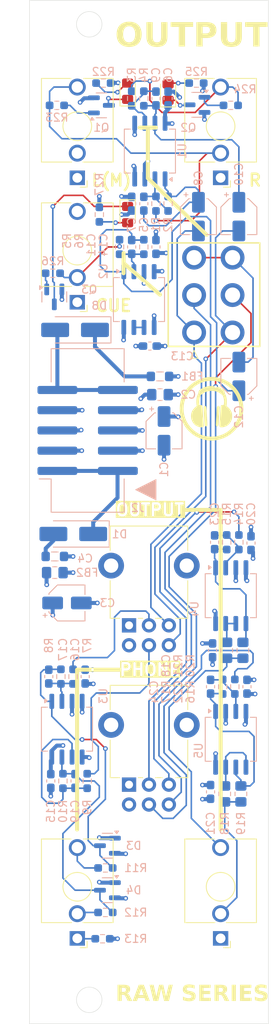
<source format=kicad_pcb>
(kicad_pcb (version 20241229) (generator "pcbnew") (generator_version "9.0")
  (layers (0 "F.Cu" signal) (4 "In1.Cu" signal) (6 "In2.Cu" signal) (2 "B.Cu" signal) (13 "F.Paste" user) (15 "B.Paste" user) (5 "F.SilkS" user "F.Silkscreen") (7 "B.SilkS" user "B.Silkscreen") (1 "F.Mask" user) (3 "B.Mask" user) (25 "Edge.Cuts" user))
  (net 0 "")
  (net 1 "+12VA")
  (net 2 "GND")
  (net 3 "-12VA")
  (net 4 "Net-(C5-Pad2)")
  (net 5 "Net-(U1A--)")
  (net 6 "Net-(SW1A-A)")
  (net 7 "Net-(U1B--)")
  (net 8 "Net-(C10-Pad1)")
  (net 9 "Net-(SW1B-A)")
  (net 10 "Net-(U2A--)")
  (net 11 "Net-(C11-Pad2)")
  (net 12 "Net-(SW1A-C)")
  (net 13 "Net-(U3A--)")
  (net 14 "Net-(D3-COM)")
  (net 15 "Net-(U3B--)")
  (net 16 "Net-(D4-COM)")
  (net 17 "Net-(U4B-+)")
  (net 18 "Net-(U4A--)")
  (net 19 "Net-(U5A-+)")
  (net 20 "Net-(U5B--)")
  (net 21 "-12V")
  (net 22 "Net-(D1-A)")
  (net 23 "+12V")
  (net 24 "Net-(D5-K)")
  (net 25 "Net-(D5-A)")
  (net 26 "Net-(D6-K)")
  (net 27 "Net-(D6-A)")
  (net 28 "Net-(D7-A)")
  (net 29 "Net-(D7-K)")
  (net 30 "Net-(D8-K)")
  (net 32 "IN_L")
  (net 33 "IN_R")
  (net 34 "IN_CUE")
  (net 36 "Net-(J5-PadT)")
  (net 37 "Net-(J5-PadR)")
  (net 38 "Net-(J5-PadS)")
  (net 39 "Net-(J6-PadT)")
  (net 40 "Net-(J6-PadR)")
  (net 41 "Net-(Q1-B)")
  (net 42 "Net-(Q2-B)")
  (net 43 "Net-(Q3-B)")
  (net 44 "Net-(R7-Pad2)")
  (net 45 "Net-(R9-Pad2)")
  (net 46 "Net-(R14-Pad2)")
  (net 47 "Net-(R16-Pad2)")
  (net 48 "Net-(U5B-+)")
  (net 49 "Net-(U4B--)")
  (net 50 "Net-(SW1A-B)")
  (net 51 "Net-(SW1B-B)")
  (net 52 "Net-(U2B--)")
  (footprint "LOGO" (layer "F.Cu") (at 62.865 81.28)
    (property "Reference" "G***" (hide yes))
    (property "Value" "LOGO" (hide yes))
  )
  (footprint "Connector_Audio:Jack_3.5mm_QingPu_WQP-PJ398SM_Vertical_CircularHoles" (layer "F.Cu") (at 64 52.28 180)
    (property "Reference" "J3" (hide yes))
    (property "Value" "IN_R")
  )
  (footprint "LED_SMD:LED_0805_2012Metric_Pad1.15x1.40mm_HandSolder" (layer "F.Cu") (at 57.404 41.52 90)
    (property "Reference" "D6" (hide yes))
    (property "Value" "LED")
  )
  (footprint "Connector_Audio:Jack_3.5mm_QingPu_WQP-PJ398SM_Vertical_CircularHoles" (layer "F.Cu") (at 46 67.9 180)
    (property "Reference" "J4" (hide yes))
    (property "Value" "IN_CUE")
  )
  (footprint "LED_SMD:LED_0805_2012Metric_Pad1.15x1.40mm_HandSolder" (layer "F.Cu") (at 52.324 56.896 -90)
    (property "Reference" "D7" (hide yes))
    (property "Value" "LED")
  )
  (footprint "LED_SMD:LED_0805_2012Metric_Pad1.15x1.40mm_HandSolder" (layer "F.Cu") (at 52.324 41.402 90)
    (property "Reference" "D5" (hide yes))
    (property "Value" "LED")
  )
  (footprint "smg_lib:Jack_3.5mm_TRS_Vertical_CircularHoles" (layer "F.Cu") (at 64 147.78 180)
    (property "Reference" "J6" (hide yes))
    (property "Value" "PHONE_OUT")
  )
  (footprint "Potentiometer_THT:Potentiometer_Alpha_RD902F-40-00D_Dual_Vertical_CircularHoles" (layer "F.Cu") (at 52.5 108.475 90)
    (property "Reference" "RV1" (hide yes))
    (property "Value" "A100k")
  )
  (footprint "Potentiometer_THT:Potentiometer_Alpha_RD902F-40-00D_Dual_Vertical_CircularHoles" (layer "F.Cu") (at 52.5 128.475 90)
    (property "Reference" "RV2" (hide yes))
    (property "Value" "A100k")
  )
  (footprint "Connector_Audio:Jack_3.5mm_QingPu_WQP-PJ398SM_Vertical_CircularHoles" (layer "F.Cu") (at 46 52.28 180)
    (property "Reference" "J1" (hide yes))
    (property "Value" "IN_L")
  )
  (footprint "smg_lib:DWB3_DPDT_SWITCH" (layer "F.Cu") (at 60.67 71.7)
    (property "Reference" "SW1" (hide yes))
    (property "Value" "PHONE_SELECTOR")
  )
  (footprint "smg_lib:Jack_3.5mm_TRS_Vertical_CircularHoles" (layer "F.Cu") (at 46 147.78 180)
    (property "Reference" "J5" (hide yes))
    (property "Value" "STEREO_OUT")
  )
  (footprint "Capacitor_SMD:C_0603_1608Metric_Pad1.08x0.95mm_HandSolder" (layer "B.Cu") (at 55.88 42.3175 -90)
    (property "Reference" "C9")
    (property "Value" "10pF")
  )
  (footprint "Resistor_SMD:R_0603_1608Metric_Pad0.98x0.95mm_HandSolder" (layer "B.Cu") (at 60.96 40.386 180)
    (property "Reference" "R25")
    (property "Value" "1k")
  )
  (footprint "Capacitor_SMD:C_0603_1608Metric_Pad1.08x0.95mm_HandSolder" (layer "B.Cu") (at 67.818 98.1445 -90)
    (property "Reference" "C20")
    (property "Value" "100nF")
  )
  (footprint "Resistor_SMD:R_0603_1608Metric_Pad0.98x0.95mm_HandSolder" (layer "B.Cu") (at 45.466 114.9085 90)
    (property "Reference" "R7")
    (property "Value" "10k")
  )
  (footprint "Resistor_SMD:R_0603_1608Metric_Pad0.98x0.95mm_HandSolder" (layer "B.Cu") (at 55.88 55.5255 -90)
    (property "Reference" "R1")
    (property "Value" "100k")
  )
  (footprint "Diode_SMD:D_SMA_Handsoldering" (layer "B.Cu") (at 45.5 97 180)
    (property "Reference" "D1")
    (property "Value" "SS14")
  )
  (footprint "Capacitor_SMD:C_0603_1608Metric_Pad1.08x0.95mm_HandSolder" (layer "B.Cu") (at 62.738 129.3865 90)
    (property "Reference" "C21")
    (property "Value" "100nF")
  )
  (footprint "Capacitor_SMD:C_0603_1608Metric_Pad1.08x0.95mm_HandSolder" (layer "B.Cu") (at 67.31 116.1785 -90)
    (property "Reference" "C22")
    (property "Value" "100nF")
  )
  (footprint "Package_TO_SOT_SMD:SOT-23" (layer "B.Cu") (at 49.784 141.732 180)
    (property "Reference" "D4")
    (property "Value" "BAT54S")
  )
  (footprint "Resistor_SMD:R_0603_1608Metric_Pad0.98x0.95mm_HandSolder" (layer "B.Cu") (at 64.77 98.041 90)
    (property "Reference" "R15")
    (property "Value" "10k")
  )
  (footprint "Resistor_SMD:R_0805_2012Metric_Pad1.20x1.40mm_HandSolder" (layer "B.Cu") (at 64.77 111.6065 90)
    (property "Reference" "R21")
    (property "Value" "75")
  )
  (footprint "Resistor_SMD:R_0603_1608Metric_Pad0.98x0.95mm_HandSolder" (layer "B.Cu") (at 54.356 42.3175 90)
    (property "Reference" "R4")
    (property "Value" "39k")
  )
  (footprint "Capacitor_SMD:CP_Elec_4x5.4" (layer "B.Cu") (at 44.704 105.664)
    (property "Reference" "C3")
    (property "Value" "10uF")
  )
  (footprint "Capacitor_SMD:CP_Elec_4x5.4" (layer "B.Cu") (at 61.214 57.15 -90)
    (property "Reference" "C8")
    (property "Value" "10uF")
  )
  (footprint "Capacitor_SMD:C_0603_1608Metric_Pad1.08x0.95mm_HandSolder" (layer "B.Cu") (at 52.832 60.96 90)
    (property "Reference" "C11")
    (property "Value" "10pF")
  )
  (footprint "Resistor_SMD:R_0603_1608Metric_Pad0.98x0.95mm_HandSolder" (layer "B.Cu") (at 65.278 43.18 180)
    (property "Reference" "R24")
    (property "Value" "100k")
  )
  (footprint "Resistor_SMD:R_0603_1608Metric_Pad0.98x0.95mm_HandSolder" (layer "B.Cu") (at 49.53 138.938)
    (property "Reference" "R11")
    (property "Value" "1k")
  )
  (footprint "Resistor_SMD:R_0603_1608Metric_Pad0.98x0.95mm_HandSolder" (layer "B.Cu") (at 44.196 128.016 -90)
    (property "Reference" "R10")
    (property "Value" "10k")
  )
  (footprint "Inductor_SMD:L_0805_2012Metric_Pad1.05x1.20mm_HandSolder" (layer "B.Cu") (at 43.18 99.822)
    (property "Reference" "FB2")
    (property "Value" "FerriteBead_Small")
  )
  (footprint "Package_TO_SOT_SMD:SOT-23" (layer "B.Cu") (at 49.784 136.144 180)
    (property "Reference" "D3")
    (property "Value" "BAT54S")
  )
  (footprint "Capacitor_SMD:C_0603_1608Metric_Pad1.08x0.95mm_HandSolder" (layer "B.Cu") (at 55.118 73.406 180)
    (property "Reference" "C13")
    (property "Value" "100nF")
  )
  (footprint "Capacitor_SMD:C_0603_1608Metric_Pad1.08x0.95mm_HandSolder" (layer "B.Cu") (at 42.418 114.9085 90)
    (property "Reference" "C17")
    (property "Value" "10pF")
  )
  (footprint "Capacitor_SMD:C_0603_1608Metric_Pad1.08x0.95mm_HandSolder" (layer "B.Cu") (at 55.88 60.96 -90)
    (property "Reference" "C14")
    (property "Value" "100nF")
  )
  (footprint "Capacitor_SMD:C_0805_2012Metric_Pad1.18x1.45mm_HandSolder" (layer "B.Cu") (at 56.388 79.502 180)
    (property "Reference" "C2")
    (property "Value" "100nF")
  )
  (footprint "Resistor_SMD:R_0603_1608Metric_Pad0.98x0.95mm_HandSolder" (layer "B.Cu") (at 43.434 43.18)
    (property "Reference" "R23")
    (property "Value" "100k")
  )
  (footprint "Package_SO:SOIC-8_5.3x6.2mm_P1.27mm" (layer "B.Cu") (at 65.278 104.7485 -90)
    (property "Reference" "U4")
    (property "Value" "NE5532")
  )
  (footprint "Resistor_SMD:R_0603_1608Metric_Pad0.98x0.95mm_HandSolder" (layer "B.Cu") (at 49.53 144.526)
    (property "Reference" "R12")
    (property "Value" "1k")
  )
  (footprint "Package_SO:SOIC-8_5.3x6.2mm_P1.27mm" (layer "B.Cu") (at 65.278 122.7825 -90)
    (property "Reference" "U5")
    (property "Value" "NE5532")
  )
  (footprint "Resistor_SMD:R_0603_1608Metric_Pad0.98x0.95mm_HandSolder" (layer "B.Cu") (at 65.786 116.1785 90)
    (property "Reference" "R16")
    (property "Value" "10k")
  )
  (footprint "Capacitor_SMD:C_0603_1608Metric_Pad1.08x0.95mm_HandSolder" (layer "B.Cu") (at 62.992 111.6065 90)
    (property "Reference" "C18")
    (property "Value" "100nF")
  )
  (footprint "Capacitor_SMD:C_0603_1608Metric_Pad1.08x0.95mm_HandSolder" (layer "B.Cu") (at 42.672 128.016 90)
    (property "Reference" "C15")
    (property "Value" "100nF")
  )
  (footprint "Capacitor_SMD:CP_Elec_4x5.4" (layer "B.Cu") (at 66.294 77.216 90)
    (property "Reference" "C12")
    (property "Value" "10uF")
  )
  (footprint "Resistor_SMD:R_0603_1608Metric_Pad0.98x0.95mm_HandSolder" (layer "B.Cu") (at 66.294 98.041 90)
    (property "Reference" "R14")
    (property "Value" "10k")
  )
  (footprint "Inductor_SMD:L_0805_2012Metric_Pad1.05x1.20mm_HandSolder" (layer "B.Cu") (at 56.388 77.216)
    (property "Reference" "FB1")
    (property "Value" "FerriteBead_Small")
  )
  (footprint "Capacitor_SMD:C_0603_1608Metric_Pad1.08x0.95mm_HandSolder" (layer "B.Cu") (at 52.832 55.5255 90)
    (property "Reference" "C7")
    (property "Value" "100nF")
  )
  (footprint "Resistor_SMD:R_0603_1608Metric_Pad0.98x0.95mm_HandSolder" (layer "B.Cu") (at 42.926 64.262 180)
    (property "Reference" "R26")
    (property "Value" "100k")
  )
  (footprint "Package_TO_SOT_SMD:SOT-23" (layer "B.Cu") (at 61.0385 43.114 180)
    (property "Reference" "Q2")
    (property "Value" "MMBT3904")
  )
  (footprint "Package_SO:SOIC-8_5.3x6.2mm_P1.27mm" (layer "B.Cu") (at 44.704 121.5125 -90)
    (property "Reference" "U3")
    (property "Value" "TL072")
  )
  (footprint "Capacitor_SMD:C_0603_1608Metric_Pad1.08x0.95mm_HandSolder" (layer "B.Cu") (at 54.356 55.5255 -90)
    (property "Reference" "C5")
    (property "Value" "10pF")
  )
  (footprint "Capacitor_SMD:C_0603_1608Metric_Pad1.08x0.95mm_HandSolder" (layer "B.Cu") (at 62.738 116.1785 -90)
    (property "Reference" "C24")
    (property "Value" "10pF")
  )
  (footprint "Diode_SMD:D_SMA_Handsoldering" (layer "B.Cu") (at 45.72 71.374 180)
    (property "Reference" "D8")
    (property "Value" "SS14")
  )
  (footprint "Resistor_SMD:R_0603_1608Metric_Pad0.98x0.95mm_HandSolder" (layer "B.Cu") (at 43.942 114.9085 -90)
    (property "Reference" "R8")
    (property "Value" "10k")
  )
  (footprint "Resistor_SMD:R_0603_1608Metric_Pad0.98x0.95mm_HandSolder" (layer "B.Cu") (at 52.832 42.3175 90)
    (property "Reference" "R3")
    (property "Value" "100k")
  )
  (footprint "Capacitor_SMD:C_0805_2012Metric_Pad1.18x1.45mm_HandSolder" (layer "B.Cu") (at 43.18 101.854 180)
    (property "Reference" "C4")
    (property "Value" "100nF")
  )
  (footprint "Resistor_SMD:R_0805_2012Metric_Pad1.20x1.40mm_HandSolder" (layer "B.Cu") (at 66.802 111.6065 90)
    (property "Reference" "R20")
    (property "Value" "75")
  )
  (footprint "Resistor_SMD:R_0603_1608Metric_Pad0.98x0.95mm_HandSolder" (layer "B.Cu") (at 49.1725 147.828)
    (property "Reference" "R13")
    (property "Value" "1k")
  )
  (footprint "Resistor_SMD:R_0603_1608Metric_Pad0.98x0.95mm_HandSolder" (layer "B.Cu") (at 48.768 56.896 -90)
    (property "Reference" "R27")
    (property "Value" "1k")
  )
  (footprint "Resistor_SMD:R_0603_1608Metric_Pad0.98x0.95mm_HandSolder" (layer "B.Cu") (at 49.276 40.386 180)
    (property "Reference" "R22")
    (property "Value" "1k")
  )
  (footprint "Capacitor_SMD:C_0603_1608Metric_Pad1.08x0.95mm_HandSolder" (layer "B.Cu") (at 57.404 42.3175 -90)
    (property "Reference" "C6")
    (property "Value" "100nF")
  )
  (footprint "Capacitor_SMD:CP_Elec_4x5.4" (layer "B.Cu") (at 56.896 84.052 -90)
    (property "Reference" "C1")
    (property "Value" "10uF")
  )
  (footprint "Resistor_SMD:R_0603_1608Metric_Pad0.98x0.95mm_HandSolder" (layer "B.Cu") (at 51.308 60.96 90)
    (property "Reference" "R5")
    (property "Value" "100k")
  )
  (footprint "Resistor_SMD:R_0603_1608Metric_Pad0.98x0.95mm_HandSolder" (layer "B.Cu") (at 54.356 60.96 -90)
    (property "Reference" "R6")
    (property "Value" "39k")
  )
  (footprint "Package_TO_SOT_SMD:SOT-23" (layer "B.Cu") (at 43.114 67.2315 -90)
    (property "Reference" "Q3")
    (property "Value" "MMBT3904")
  )
  (footprint "Package_TO_SOT_SMD:SOT-23" (layer "B.Cu") (at 49.022 43.18)
    (property "Reference" "Q1")
    (property "Value" "MMBT3904")
  )
  (footprint "Connector_IDC:IDC-Header_2x05_P2.54mm_Vertical_SMD" (layer "B.Cu") (at 47.3 84)
    (property "Reference" "J2")
    (property "Value" "POWER")
  )
  (footprint "Resistor_SMD:R_0603_1608Metric_Pad0.98x0.95mm_HandSolder" (layer "B.Cu") (at 57.404 55.5255 -90)
    (property "Reference" "R2")
    (property "Value" "39k")
  )
  (footprint "Capacitor_SMD:C_0603_1608Metric_Pad1.08x0.95mm_HandSolder" (layer "B.Cu") (at 63.246 98.041 -90)
    (property "Reference" "C23")
    (property "Value" "10pF")
  )
  (footprint "Capacitor_SMD:C_0603_1608Metric_Pad1.08x0.95mm_HandSolder" (layer "B.Cu") (at 46.99 114.9085 -90)
    (property "Reference" "C16")
    (property "Value" "100nF")
  )
  (footprint "Package_SO:SOIC-8_5.3x6.2mm_P1.27mm" (layer "B.Cu") (at 53.7475 67.564 -90)
    (property "Reference" "U2")
    (property "Value" "TL072")
  )
  (footprint "Resistor_SMD:R_0805_2012Metric_Pad1.20x1.40mm_HandSolder" (layer "B.Cu") (at 64.516 129.6405 90)
    (property "Reference" "R18")
    (property "Value" "75")
  )
  (footprint "Resistor_SMD:R_0603_1608Metric_Pad0.98x0.95mm_HandSolder" (layer "B.Cu") (at 64.262 116.1785 90)
    (property "Reference" "R17")
    (property "Value" "10k")
  )
  (footprint "Capacitor_SMD:C_0603_1608Metric_Pad1.08x0.95mm_HandSolder" (layer "B.Cu") (at 45.72 128.016 90)
    (property "Reference" "C19")
    (property "Value" "10pF")
  )
  (footprint "Package_SO:SOIC-8_5.3x6.2mm_P1.27mm" (layer "B.Cu") (at 55.118 48.9215 90)
    (property "Reference" "U1")
    (property "Value" "TL072")
  )
  (footprint "Capacitor_SMD:CP_Elec_4x5.4" (layer "B.Cu") (at 66.294 57.15 -90)
    (property "Reference" "C10")
    (property "Value" "10uF")
  )
  (footprint "Resistor_SMD:R_0603_1608Metric_Pad0.98x0.95mm_HandSolder" (layer "B.Cu") (at 47.244 128.016 90)
    (property "Reference" "R9")
    (property "Value" "10k")
  )
  (footprint "Resistor_SMD:R_0805_2012Metric_Pad1.20x1.40mm_HandSolder" (layer "B.Cu") (at 66.548 129.6405 90)
    (property "Reference" "R19")
    (property "Value" "75")
  )
  (gr_line (start 59.538929 93.98) (end 64.008 93.98) (stroke (width 0.5)) (layer "F.SilkS"))
  (gr_line (start 45.974 134.112) (end 45.974 114.046) (stroke (width 0.5)) (layer "F.SilkS"))
  (gr_line (start 64.008 93.98) (end 64.008 134.112) (stroke (width 0.5)) (layer "F.SilkS"))
  (gr_line (start 51.308 114.046) (end 45.974 114.046) (stroke (width 0.5)) (layer "F.SilkS"))
  (gr_line (start 54.864 52.324) (end 54.864 45.974) (stroke (width 0.5)) (layer "F.SilkS"))
  (gr_line (start 53.848 45.974) (end 55.88 45.974) (stroke (width 0.5)) (layer "F.SilkS"))
  (gr_line (start 62.23 59.436) (end 54.864 52.324) (stroke (width 0.5)) (layer "F.SilkS"))
  (gr_line (start 51.816 61.722) (end 51.816 64.262) (stroke (width 0.5)) (layer "F.SilkS"))
  (gr_line (start 51.816 62.992) (end 56.388 66.95) (stroke (width 0.5)) (layer "F.SilkS"))
  (gr_line (start 55.88 90.17) (end 55.88 92.71) (stroke (width 0.1)) (layer "B.SilkS"))
  (gr_line (start 53.34 91.44) (end 55.88 90.17) (stroke (width 0.1)) (layer "B.SilkS"))
  (gr_line (start 55.88 92.71) (end 53.34 91.44) (stroke (width 0.1)) (layer "B.SilkS"))
  (gr_circle (center 47.5 33) (end 49.1 33) (stroke (width 0.05)) (fill no) (layer "Edge.Cuts"))
  (gr_rect (start 40 30) (end 70 158.5) (stroke (width 0.05)) (fill no) (layer "Edge.Cuts"))
  (gr_circle (center 47.5 155.5) (end 49.1 155.5) (stroke (width 0.05)) (fill no) (layer "Edge.Cuts"))
  (gr_text "CUE" (at 50.546 68.326 0) (layer "F.SilkS") (effects (font (size 1.5 1.5) (thickness 0.3) (bold yes))))
  (gr_text "R" (at 68.326 52.578 0) (layer "F.SilkS") (effects (font (size 1.5 1.5) (thickness 0.3) (bold yes))))
  (gr_text "L(M)" (at 50.292 52.578 0) (layer "F.SilkS") (effects (font (size 1.5 1.5) (thickness 0.3) (bold yes))))
  (gr_text "OUTPUT" (at 55.118 93.98 0) (layer "F.SilkS" knockout) (effects (font (size 1.5 1.5) (thickness 0.3) (bold yes))))
  (gr_text "OUTPUT" (at 60.325 34.544 0) (layer "F.SilkS") (effects (font (size 3 3) (thickness 0.4) (bold yes))))
  (gr_text "RAW SERIES" (at 60.452 154.813 0) (layer "F.SilkS") (effects (font (size 2 2) (thickness 0.3) (bold yes))))
  (gr_text "PHONE" (at 55.118 114.046 0) (layer "F.SilkS" knockout) (effects (font (size 1.5 1.5) (thickness 0.3) (bold yes))))
  (via (at 48.768 140.716) (size 0.6) (drill 0.3) (layers "F.Cu" "B.Cu") (net 1))
  (via (at 51.816 72.644) (size 0.6) (drill 0.3) (layers "F.Cu" "B.Cu") (net 1))
  (via (at 53.34 73.406) (size 0.6) (drill 0.3) (layers "F.Cu" "B.Cu") (net 1))
  (via (at 58.674 77.216) (size 0.6) (drill 0.3) (layers "F.Cu" "B.Cu") (net 1))
  (via (at 61.722 110.744) (size 0.6) (drill 0.3) (layers "F.Cu" "B.Cu") (net 1))
  (via (at 57.912 45.466) (size 0.6) (drill 0.3) (layers "F.Cu" "B.Cu") (net 1))
  (via (at 58.674 79.502) (size 0.6) (drill 0.3) (layers "F.Cu" "B.Cu") (net 1))
  (via (at 48.768 54.61) (size 0.6) (drill 0.3) (layers "F.Cu" "B.Cu") (net 1))
  (via (at 44.19546 123.5625) (size 0.6) (drill 0.3) (layers "F.Cu" "B.Cu") (net 1))
  (via (at 51.124 40.351404) (size 0.6) (drill 0.3) (layers "F.Cu" "B.Cu") (net 1))
  (via (at 48.768 135.128) (size 0.6) (drill 0.3) (layers "F.Cu" "B.Cu") (net 1))
  (via (at 63.373 124.587) (size 0.6) (drill 0.3) (layers "F.Cu" "B.Cu") (net 1))
  (via (at 58.674 82.296) (size 0.6) (drill 0.3) (layers "F.Cu" "B.Cu") (net 1))
  (via (at 63.246 106.68) (size 0.6) (drill 0.3) (layers "F.Cu" "B.Cu") (net 1))
  (via (at 61.722 41.364) (size 0.6) (drill 0.3) (layers "F.Cu" "B.Cu") (net 1))
  (via (at 61.722 128.524) (size 0.6) (drill 0.3) (layers "F.Cu" "B.Cu") (net 1))
  (segment (start 63.373 108.2485) (end 63.373 106.807) (width 0.5) (layer "B.Cu") (net 1))
  (segment (start 57.0675 45.466) (end 57.023 45.4215) (width 0.5) (layer "B.Cu") (net 1))
  (segment (start 42.799 124.206) (end 42.799 125.0125) (width 0.5) (layer "B.Cu") (net 1))
  (segment (start 57.404 43.18) (end 57.404 43.688) (width 0.5) (layer "B.Cu") (net 1))
  (segment (start 51.8425 72.6175) (end 51.816 72.644) (width 0.5) (layer "B.Cu") (net 1))
  (segment (start 63.373 124.587) (end 63.373 126.2825) (width 0.5) (layer "B.Cu") (net 1))
  (segment (start 61.8725 40.386) (end 61.8725 41.2135) (width 0.5) (layer "B.Cu") (net 1))
  (segment (start 57.538 79.502) (end 58.674 79.502) (width 0.5) (layer "B.Cu") (net 1))
  (segment (start 57.4255 77.216) (end 58.674 77.216) (width 0.5) (layer "B.Cu") (net 1))
  (segment (start 42.799 125.349) (end 42.672 125.476) (width 0.5) (layer "B.Cu") (net 1))
  (segment (start 44.19546 123.5625) (end 44.187419 123.570541) (width 0.5) (layer "B.Cu") (net 1))
  (segment (start 62.992 110.744) (end 61.722 110.744) (width 0.5) (layer "B.Cu") (net 1))
  (segment (start 57.023 44.069) (end 57.023 45.4215) (width 0.5) (layer "B.Cu") (net 1))
  (segment (start 50.7215 135.194) (end 48.834 135.194) (width 0.5) (layer "B.Cu") (net 1))
  (segment (start 50.223096 40.351404) (end 50.1885 40.386) (width 0.5) (layer "B.Cu") (net 1))
  (segment (start 54.2555 73.406) (end 53.34 73.406) (width 0.5) (layer "B.Cu") (net 1))
  (segment (start 50.7215 140.782) (end 48.834 140.782) (width 0.5) (layer "B.Cu") (net 1))
  (segment (start 58.63 82.252) (end 58.674 82.296) (width 0.5) (layer "B.Cu") (net 1))
  (segment (start 56.896 82.252) (end 58.63 82.252) (width 0.5) (layer "B.Cu") (net 1))
  (segment (start 51.124 40.351404) (end 50.223096 40.351404) (width 0.5) (layer "B.Cu") (net 1))
  (segment (start 42.799 125.0125) (end 42.799 125.349) (width 0.5) (layer "B.Cu") (net 1))
  (segment (start 57.8675 45.4215) (end 57.912 45.466) (width 0.5) (layer "B.Cu") (net 1))
  (segment (start 51.8425 71.064) (end 51.8425 72.6175) (width 0.5) (layer "B.Cu") (net 1))
  (segment (start 57.912 45.466) (end 57.0675 45.466) (width 0.5) (layer "B.Cu") (net 1))
  (segment (start 62.738 128.524) (end 61.722 128.524) (width 0.5) (layer "B.Cu") (net 1))
  (segment (start 44.187419 123.570541) (end 43.434459 123.570541) (width 0.5) (layer "B.Cu") (net 1))
  (segment (start 48.768 54.61) (end 48.768 55.9835) (width 0.5) (layer "B.Cu") (net 1))
  (segment (start 43.434459 123.570541) (end 42.799 124.206) (width 0.5) (layer "B.Cu") (net 1))
  (segment (start 48.834 135.194) (end 48.768 135.128) (width 0.5) (layer "B.Cu") (net 1))
  (segment (start 48.834 140.782) (end 48.768 140.716) (width 0.5) (layer "B.Cu") (net 1))
  (segment (start 42.672 125.476) (end 42.672 127.1535) (width 0.5) (layer "B.Cu") (net 1))
  (segment (start 57.404 43.688) (end 57.023 44.069) (width 0.5) (layer "B.Cu") (net 1))
  (segment (start 61.8725 41.2135) (end 61.722 41.364) (width 0.5) (layer "B.Cu") (net 1))
  (segment (start 63.373 106.807) (end 63.246 106.68) (width 0.5) (layer "B.Cu") (net 1))
  (via (at 45.339 119.634) (size 0.6) (drill 0.3) (layers "F.Cu" "B.Cu") (net 2))
  (via (at 67.818 96.139) (size 0.6) (drill 0.3) (layers "F.Cu" "B.Cu") (net 2))
  (via (at 54.176 86.54) (size 0.6) (drill 0.3) (layers "F.Cu" "B.Cu") (net 2))
  (via (at 55.88 59.055) (size 0.6) (drill 0.3) (layers "F.Cu" "B.Cu") (net 2))
  (via (at 42.926 107.188) (size 0.6) (drill 0.3) (layers "F.Cu" "B.Cu") (net 2))
  (via (at 58.858 42.175638) (size 0.6) (drill 0.3) (layers "F.Cu" "B.Cu") (net 2))
  (via (at 61.722 130.302) (size 0.6) (drill 0.3) (layers "F.Cu" "B.Cu") (net 2))
  (via (at 57.023 73.406) (size 0.6) (drill 0.3) (layers "F.Cu" "B.Cu") (net 2))
  (via (at 54.176 84) (size 0.6) (drill 0.3) (layers "F.Cu" "B.Cu") (net 2))
  (via (at 68.199 115.316) (size 0.6) (drill 0.3) (layers "F.Cu" "B.Cu") (net 2))
  (via (at 51.562 56.896) (size 0.6) (drill 0.3) (layers "F.Cu" "B.Cu") (net 2))
  (via (at 54.864 50.2) (size 0.6) (drill 0.3) (layers "F.Cu" "B.Cu") (net 2))
  (via (at 46.556 86.54) (size 0.6) (drill 0.3) (layers "F.Cu" "B.Cu") (net 2))
  (via (at 65.913 102.87) (size 0.6) (drill 0.3) (layers "F.Cu" "B.Cu") (net 2))
  (via (at 51.054 147.828) (size 0.6) (drill 0.3) (layers "F.Cu" "B.Cu") (net 2))
  (via (at 53.213 46.863) (size 0.6) (drill 0.3) (layers "F.Cu" "B.Cu") (net 2))
  (via (at 44.069 67.564) (size 0.6) (drill 0.3) (layers "F.Cu" "B.Cu") (net 2))
  (via (at 42.164 103.378) (size 0.6) (drill 0.3) (layers "F.Cu" "B.Cu") (net 2))
  (via (at 54.102 81.407) (size 0.6) (drill 0.3) (layers "F.Cu" "B.Cu") (net 2))
  (via (at 55.6525 69.596) (size 0.6) (drill 0.3) (layers "F.Cu" "B.Cu") (net 2))
  (via (at 42.672 129.921) (size 0.6) (drill 0.3) (layers "F.Cu" "B.Cu") (net 2))
  (via (at 54.3825 65.532) (size 0.6) (drill 0.3) (layers "F.Cu" "B.Cu") (net 2))
  (via (at 61.976 44.958) (size 0.6) (drill 0.3) (layers "F.Cu" "B.Cu") (net 2))
  (via (at 46.355 42.799) (size 0.6) (drill 0.3) (layers "F.Cu" "B.Cu") (net 2))
  (via (at 56.896 87.63) (size 0.6) (drill 0.3) (layers "F.Cu" "B.Cu") (net 2))
  (via (at 62.992 113.411) (size 0.6) (drill 0.3) (layers "F.Cu" "B.Cu") (net 2))
  (via (at 47.914 114.046) (size 0.6) (drill 0.3) (layers "F.Cu" "B.Cu") (net 2))
  (via (at 64.643 120.777) (size 0.6) (drill 0.3) (layers "F.Cu" "B.Cu") (net 2))
  (via (at 47.498 125.095) (size 0.6) (drill 0.3) (layers "F.Cu" "B.Cu") (net 2))
  (via (at 46.482 83.947) (size 0.6) (drill 0.3) (layers "F.Cu" "B.Cu") (net 2))
  (via (at 46.609 81.46) (size 0.6) (drill 0.3) (layers "F.Cu" "B.Cu") (net 2))
  (via (at 53.975 80.01) (size 0.6) (drill 0.3) (layers "F.Cu" "B.Cu") (net 2))
  (segment (start 55.88 60.0975) (end 55.88 59.055) (width 0.5) (layer "B.Cu") (net 2))
  (segment (start 42.904 105.664) (end 42.904 107.166) (width 0.5) (layer "B.Cu") (net 2))
  (segment (start 46.482 83.947) (end 46.429 84) (width 0.5) (layer "B.Cu") (net 2))
  (segment (start 53.213 45.4215) (end 53.213 46.863) (width 0.5) (layer "B.Cu") (net 2))
  (segment (start 46.863 42.291) (end 48.0235 42.291) (width 0.5) (layer "B.Cu") (net 2))
  (segment (start 46.609 125.0125) (end 47.4155 125.0125) (width 0.5) (layer "B.Cu") (net 2))
  (segment (start 51.562 56.896) (end 52.324 56.896) (width 0.5) (layer "B.Cu") (net 2))
  (segment (start 62.992 113.411) (end 62.992 112.469) (width 0.5) (layer "B.Cu") (net 2))
  (segment (start 54.176 84) (end 51.1 84) (width 0.5) (layer "B.Cu") (net 2))
  (segment (start 45.339 118.0125) (end 45.339 119.634) (width 0.5) (layer "B.Cu") (net 2))
  (segment (start 61.722 130.302) (end 62.23 130.302) (width 0.5) (layer "B.Cu") (net 2))
  (segment (start 42.1425 101.854) (end 42.1425 103.3565) (width 0.5) (layer "B.Cu") (net 2))
  (segment (start 46.556 86.54) (end 43.5 86.54) (width 0.5) (layer "B.Cu") (net 2))
  (segment (start 46.355 42.799) (end 46.863 42.291) (width 0.5) (layer "B.Cu") (net 2))
  (segment (start 58.858 42.175638) (end 58.137362 41.455) (width 0.5) (layer "B.Cu") (net 2))
  (segment (start 62.283 130.249) (end 62.738 130.249) (width 0.5) (layer "B.Cu") (net 2))
  (segment (start 46.609 81.46) (end 43.5 81.46) (width 0.5) (layer "B.Cu") (net 2))
  (segment (start 48.0235 42.291) (end 48.0845 42.23) (width 0.5) (layer "B.Cu") (net 2))
  (segment (start 64.643 119.2825) (end 64.643 120.777) (width 0.5) (layer "B.Cu") (net 2))
  (segment (start 51.1 81.46) (end 54.049 81.46) (width 0.5) (layer "B.Cu") (net 2))
  (segment (start 46.99 114.046) (end 47.914 114.046) (width 0.5) (layer "B.Cu") (net 2))
  (segment (start 54.483 79.502) (end 53.975 80.01) (width 0.5) (layer "B.Cu") (net 2))
  (segment (start 42.904 107.166) (end 42.926 107.188) (width 0.5) (layer "B.Cu") (net 2))
  (segment (start 61.950765 44.932765) (end 61.950765 44.089235) (width 0.5) (layer "B.Cu") (net 2))
  (segment (start 44.064 67.559) (end 44.069 67.564) (width 0.5) (layer "B.Cu") (net 2))
  (segment (start 58.137362 41.455) (end 57.404 41.455) (width 0.5) (layer "B.Cu") (net 2))
  (segment (start 56.896 85.852) (end 56.896 87.63) (width 0.5) (layer "B.Cu") (net 2))
  (segment (start 61.950765 44.089235) (end 61.976 44.064) (width 0.5) (layer "B.Cu") (net 2))
  (segment (start 67.818 96.139) (end 67.818 97.282) (width 0.5) (layer "B.Cu") (net 2))
  (segment (start 54.3825 65.532) (end 54.3825 64.064) (width 0.5) (layer "B.Cu") (net 2))
  (segment (start 68.199 115.316) (end 67.31 115.316) (width 0.5) (layer "B.Cu") (net 2))
  (segment (start 61.976 44.958) (end 61.950765 44.932765) (width 0.5) (layer "B.Cu") (net 2))
  (segment (start 54.483 50.581) (end 54.864 50.2) (width 0.5) (layer "B.Cu") (net 2))
  (segment (start 46.429 84) (end 43.5 84) (width 0.5) (layer "B.Cu") (net 2))
  (segment (start 55.6525 69.596) (end 55.6525 71.064) (width 0.5) (layer "B.Cu") (net 2))
  (segment (start 47.4155 125.0125) (end 47.498 125.095) (width 0.5) (layer "B.Cu") (net 2))
  (segment (start 54.176 86.54) (end 51.1 86.54) (width 0.5) (layer "B.Cu") (net 2))
  (segment (start 55.3505 79.502) (end 54.483 79.502) (width 0.5) (layer "B.Cu") (net 2))
  (segment (start 42.672 128.8785) (end 42.672 129.921) (width 0.5) (layer "B.Cu") (net 2))
  (segment (start 54.483 52.4215) (end 54.483 50.581) (width 0.5) (layer "B.Cu") (net 2))
  (segment (start 52.324 56.896) (end 52.832 56.388) (width 0.5) (layer "B.Cu") (net 2))
  (segment (start 54.049 81.46) (end 54.102 81.407) (width 0.5) (layer "B.Cu") (net 2))
  (segment (start 50.085 147.828) (end 51.054 147.828) (width 0.5) (layer "B.Cu") (net 2))
  (segment (start 55.9805 73.406) (end 57.023 73.406) (width 0.5) (layer "B.Cu") (net 2))
  (segment (start 42.1425 103.3565) (end 42.164 103.378) (width 0.5) (layer "B.Cu") (net 2))
  (segment (start 65.913 101.2485) (end 65.913 102.87) (width 0.5) (layer "B.Cu") (net 2))
  (segment (start 62.23 130.302) (end 62.283 130.249) (width 0.5) (layer "B.Cu") (net 2))
  (segment (start 44.064 66.294) (end 44.064 67.559) (width 0.5) (layer "B.Cu") (net 2))
  (via (at 52.07 142.748) (size 0.6) (drill 0.3) (layers "F.Cu" "B.Cu") (net 3))
  (via (at 68.326 117.094) (size 0.6) (drill 0.3) (layers "F.Cu" "B.Cu") (net 3))
  (via (at 67.31 102.87) (size 0.6) (drill 0.3) (layers "F.Cu" "B.Cu") (net 3))
  (via (at 57.15 61.722) (size 0.6) (drill 0.3) (layers "F.Cu" "B.Cu") (net 3))
  (via (at 51.562 54.61) (size 0.6) (drill 0.3) (layers "F.Cu" "B.Cu") (net 3))
  (via (at 52.07 137.16) (size 0.6) (drill 0.3) (layers "F.Cu" "B.Cu") (net 3))
  (via (at 67.056 120.904) (size 0.6) (drill 0.3) (layers "F.Cu" "B.Cu") (net 3))
  (via (at 68.072 100.076) (size 0.6) (drill 0.3) (layers "F.Cu" "B.Cu") (net 3))
  (via (at 48.514 105.664) (size 0.6) (drill 0.3) (layers "F.Cu" "B.Cu") (net 3))
  (via (at 53.086 50.8) (size 0.6) (drill 0.3) (layers "F.Cu" "B.Cu") (net 3))
  (via (at 46.609 119.38) (size 0.6) (drill 0.3) (layers "F.Cu" "B.Cu") (net 3))
  (via (at 56.642 64.008) (size 0.6) (drill 0.3) (layers "F.Cu" "B.Cu") (net 3))
  (via (at 45.466 101.854) (size 0.6) (drill 0.3) (layers "F.Cu" "B.Cu") (net 3))
  (via (at 45.466 99.822) (size 0.6) (drill 0.3) (layers "F.Cu" "B.Cu") (net 3))
  (via (at 48.006 115.824) (size 0.6) (drill 0.3) (layers "F.Cu" "B.Cu") (net 3))
  (segment (start 44.2175 101.854) (end 45.466 101.854) (width 0.5) (layer "B.Cu") (net 3))
  (segment (start 68.072 99.261) (end 67.818 99.007) (width 0.5) (layer "B.Cu") (net 3))
  (segment (start 52.07 142.748) (end 50.7875 142.748) (width 0.5) (layer "B.Cu") (net 3))
  (segment (start 52.832 54.663) (end 51.615 54.663) (width 0.5) (layer "B.Cu") (net 3))
  (segment (start 52.07 137.16) (end 50.7875 137.16) (width 0.5) (layer "B.Cu") (net 3))
  (segment (start 56.642 64.008) (end 55.7085 64.008) (width 0.5) (layer "B.Cu") (net 3))
  (segment (start 67.183 101.2485) (end 67.183 102.743) (width 0.5) (layer "B.Cu") (net 3))
  (segment (start 57.15 61.722) (end 55.9805 61.722) (width 0.5) (layer "B.Cu") (net 3))
  (segment (start 67.183 120.777) (end 67.056 120.904) (width 0.5) (layer "B.Cu") (net 3))
  (segment (start 67.183 102.743) (end 67.31 102.87) (width 0.5) (layer "B.Cu") (net 3))
  (segment (start 47.043 115.824) (end 46.99 115.771) (width 0.5) (layer "B.Cu") (net 3))
  (segment (start 68.072 100.076) (end 68.072 99.261) (width 0.5) (layer "B.Cu") (net 3))
  (segment (start 55.9805 61.722) (end 55.88 61.8225) (width 0.5) (layer "B.Cu") (net 3))
  (segment (start 46.609 119.38) (end 46.609 118.0125) (width 0.5) (layer "B.Cu") (net 3))
  (segment (start 53.213 52.4215) (end 53.213 50.927) (width 0.5) (layer "B.Cu") (net 3))
  (segment (start 55.7085 64.008) (end 55.6525 64.064) (width 0.5) (layer "B.Cu") (net 3))
  (segment (start 53.213 50.927) (end 53.086 50.8) (width 0.5) (layer "B.Cu") (net 3))
  (segment (start 68.326 117.094) (end 67.363 117.094) (width 0.5) (layer "B.Cu") (net 3))
  (segment (start 50.7875 137.16) (end 50.7215 137.094) (width 0.5) (layer "B.Cu") (net 3))
  (segment (start 48.006 115.824) (end 47.043 115.824) (width 0.5) (layer "B.Cu") (net 3))
  (segment (start 67.183 119.2825) (end 67.183 120.777) (width 0.5) (layer "B.Cu") (net 3))
  (segment (start 46.504 105.664) (end 48.514 105.664) (width 0.5) (layer "B.Cu") (net 3))
  (segment (start 51.615 54.663) (end 51.562 54.61) (width 0.5) (layer "B.Cu") (net 3))
  (segment (start 50.7875 142.748) (end 50.7215 142.682) (width 0.5) (layer "B.Cu") (net 3))
  (segment (start 44.33 99.822) (end 45.466 99.822) (width 0.5) (layer "B.Cu") (net 3))
  (segment (start 67.363 117.094) (end 67.31 117.041) (width 0.5) (layer "B.Cu") (net 3))
  (segment (start 54.356 57.658) (end 54.991 58.293) (width 0.2) (layer "B.Cu") (net 4))
  (segment (start 57.023 52.4215) (end 57.023 53.594) (width 0.2) (layer "B.Cu") (net 4))
  (segment (start 60.833 53.467) (end 59.563 53.467) (width 0.2) (layer "B.Cu") (net 4))
  (segment (start 61.214 55.35) (end 61.214 53.848) (width 0.2) (layer "B.Cu") (net 4))
  (segment (start 59.563 53.467) (end 59.563 53.47) (width 0.2) (layer "B.Cu") (net 4))
  (segment (start 58.42 54.613) (end 57.404 54.613) (width 0.2) (layer "B.Cu") (net 4))
  (segment (start 59.563 53.47) (end 58.42 54.613) (width 0.2) (layer "B.Cu") (net 4))
  (segment (start 57.15 58.293) (end 60.093 55.35) (width 0.2) (layer "B.Cu") (net 4))
  (segment (start 54.991 58.293) (end 57.15 58.293) (width 0.2) (layer "B.Cu") (net 4))
  (segment (start 60.093 55.35) (end 61.214 55.35) (width 0.2) (layer "B.Cu") (net 4))
  (segment (start 57.404 53.975) (end 57.404 54.613) (width 0.2) (layer "B.Cu") (net 4))
  (segment (start 57.023 53.594) (end 57.404 53.975) (width 0.2) (layer "B.Cu") (net 4))
  (segment (start 61.214 53.848) (end 60.833 53.467) (width 0.2) (layer "B.Cu") (net 4))
  (segment (start 54.356 56.388) (end 54.356 57.658) (width 0.2) (layer "B.Cu") (net 4))
  (segment (start 55.88 54.914) (end 57.404 56.438) (width 0.2) (layer "B.Cu") (net 5))
  (segment (start 54.406 54.613) (end 54.356 54.663) (width 0.2) (layer "B.Cu") (net 5))
  (segment (start 55.753 52.4215) (end 55.753 54.486) (width 0.2) (layer "B.Cu") (net 5))
  (segment (start 55.88 54.613) (end 55.88 54.914) (width 0.2) (layer "B.Cu") (net 5))
  (segment (start 55.88 54.613) (end 54.406 54.613) (width 0.2) (layer "B.Cu") (net 5))
  (segment (start 55.753 54.486) (end 55.88 54.613) (width 0.2) (layer "B.Cu") (net 5))
  (segment (start 58.547 69.577) (end 60.67 71.7) (width 0.2) (layer "B.Cu") (net 6))
  (segment (start 59.541 58.95) (end 58.547 59.944) (width 0.2) (layer "B.Cu") (net 6))
  (segment (start 61.595 91.948) (end 61.595 75.565) (width 0.2) (layer "B.Cu") (net 6))
  (segment (start 61.214 58.95) (end 59.541 58.95) (width 0.2) (layer "B.Cu") (net 6))
  (segment (start 58.547 59.944) (end 58.547 69.577) (width 0.2) (layer "B.Cu") (net 6))
  (segment (start 57.5 108.475) (end 55.245 106.22) (width 0.2) (layer "B.Cu") (net 6))
  (segment (start 55.245 98.298) (end 61.595 91.948) (width 0.2) (layer "B.Cu") (net 6))
  (segment (start 60.67 74.64) (end 61.595 75.565) (width 0.2) (layer "B.Cu") (net 6))
  (segment (start 60.67 71.7) (end 60.67 74.64) (width 0.2) (layer "B.Cu") (net 6))
  (segment (start 55.245 106.22) (end 55.245 98.298) (width 0.2) (layer "B.Cu") (net 6))
  (segment (start 53.671 44.069) (end 54.102 44.069) (width 0.2) (layer "B.Cu") (net 7))
  (segment (start 52.832 43.23) (end 53.671 44.069) (width 0.2) (layer "B.Cu") (net 7))
  (segment (start 54.356 41.405) (end 54.356 41.706) (width 0.2) (layer "B.Cu") (net 7))
  (segment (start 54.356 41.405) (end 55.83 41.405) (width 0.2) (layer "B.Cu") (net 7))
  (segment (start 55.83 41.405) (end 55.88 41.455) (width 0.2) (layer "B.Cu") (net 7))
  (segment (start 54.483 44.45) (end 54.483 45.4215) (width 0.2) (layer "B.Cu") (net 7))
  (segment (start 54.356 41.706) (end 52.832 43.23) (width 0.2) (layer "B.Cu") (net 7))
  (segment (start 54.102 44.069) (end 54.483 44.45) (width 0.2) (layer "B.Cu") (net 7))
  (segment (start 66.294 48.387) (end 66.294 55.35) (width 0.2) (layer "B.Cu") (net 8))
  (segment (start 55.753 44.323) (end 55.88 44.196) (width 0.2) (layer "B.Cu") (net 8))
  (segment (start 55.83 43.23) (end 55.88 43.18) (width 0.2) (layer "B.Cu") (net 8))
  (segment (start 65.405 47.498) (end 66.294 48.387) (width 0.2) (layer "B.Cu") (net 8))
  (segment (start 54.356 43.23) (end 55.83 43.23) (width 0.2) (layer "B.Cu") (net 8))
  (segment (start 55.753 46.736) (end 56.515 47.498) (width 0.2) (layer "B.Cu") (net 8))
  (segment (start 56.515 47.498) (end 65.405 47.498) (width 0.2) (layer "B.Cu") (net 8))
  (segment (start 55.753 45.4215) (end 55.753 46.736) (width 0.2) (layer "B.Cu") (net 8))
  (segment (start 55.88 44.196) (end 55.88 43.18) (width 0.2) (layer "B.Cu") (net 8))
  (segment (start 55.753 45.4215) (end 55.753 44.323) (width 0.2) (layer "B.Cu") (net 8))
  (segment (start 62.138 75.0135) (end 62.1865 75.0135) (width 0.2) (layer "F.Cu") (net 9))
  (segment (start 62.1865 75.0135) (end 65.5 71.7) (width 0.2) (layer "F.Cu") (net 9))
  (via (at 62.138 75.0135) (size 0.6) (drill 0.3) (layers "F.Cu" "B.Cu") (net 9))
  (segment (start 63.373 69.573) (end 65.5 71.7) (width 0.2) (layer "B.Cu") (net 9))
  (segment (start 62.138 75.0135) (end 62.138 92.294) (width 0.2) (layer "B.Cu") (net 9))
  (segment (start 64.24 58.95) (end 63.373 59.817) (width 0.2) (layer "B.Cu") (net 9))
  (segment (start 55.753 98.679) (end 55.753 104.553712) (width 0.2) (layer "B.Cu") (net 9))
  (segment (start 58.928 107.728712) (end 58.928 109.547) (width 0.2) (layer "B.Cu") (net 9))
  (segment (start 63.373 59.817) (end 63.373 69.573) (width 0.2) (layer "B.Cu") (net 9))
  (segment (start 55.753 104.553712) (end 58.928 107.728712) (width 0.2) (layer "B.Cu") (net 9))
  (segment (start 62.138 92.294) (end 55.753 98.679) (width 0.2) (layer "B.Cu") (net 9))
  (segment (start 58.928 109.547) (end 57.5 110.975) (width 0.2) (layer "B.Cu") (net 9))
  (segment (start 66.294 58.95) (end 64.24 58.95) (width 0.2) (layer "B.Cu") (net 9))
  (segment (start 51.308 61.8725) (end 54.356 61.8725) (width 0.2) (layer "B.Cu") (net 10))
  (segment (start 52.832 62.738) (end 52.832 61.8225) (width 0.2) (layer "B.Cu") (net 10))
  (segment (start 53.1125 64.064) (end 53.1125 63.0185) (width 0.2) (layer "B.Cu") (net 10))
  (segment (start 53.1125 63.0185) (end 52.832 62.738) (width 0.2) (layer "B.Cu") (net 10))
  (segment (start 52.832 59.309) (end 52.324 58.801) (width 0.2) (layer "B.Cu") (net 11))
  (segment (start 57.912 59.055) (end 59.817 57.15) (width 0.2) (layer "B.Cu") (net 11))
  (segment (start 48.895 59.563) (end 48.895 63.373) (width 0.2) (layer "B.Cu") (net 11))
  (segment (start 52.832 66.548) (end 56.388 66.548) (width 0.2) (layer "B.Cu") (net 11))
  (segment (start 49.586 64.064) (end 51.8425 64.064) (width 0.2) (layer "B.Cu") (net 11))
  (segment (start 57.912 65.024) (end 57.912 59.055) (width 0.2) (layer "B.Cu") (net 11))
  (segment (start 64.897 79.016) (end 66.294 79.016) (width 0.2) (layer "B.Cu") (net 11))
  (segment (start 51.8425 65.5585) (end 52.832 66.548) (width 0.2) (layer "B.Cu") (net 11))
  (segment (start 62.738 69.723) (end 63.5 70.485) (width 0.2) (layer "B.Cu") (net 11))
  (segment (start 59.817 57.15) (end 62.23 57.15) (width 0.2) (layer "B.Cu") (net 11))
  (segment (start 63.5 70.485) (end 63.5 77.619) (width 0.2) (layer "B.Cu") (net 11))
  (segment (start 48.895 63.373) (end 49.586 64.064) (width 0.2) (layer "B.Cu") (net 11))
  (segment (start 52.832 60.0975) (end 52.832 59.309) (width 0.2) (layer "B.Cu") (net 11))
  (segment (start 52.324 58.801) (end 49.657 58.801) (width 0.2) (layer "B.Cu") (net 11))
  (segment (start 63.5 77.619) (end 64.897 79.016) (width 0.2) (layer "B.Cu") (net 11))
  (segment (start 49.657 58.801) (end 48.895 59.563) (width 0.2) (layer "B.Cu") (net 11))
  (segment (start 54.306 60.0975) (end 54.356 60.0475) (width 0.2) (layer "B.Cu") (net 11))
  (segment (start 56.388 66.548) (end 57.912 65.024) (width 0.2) (layer "B.Cu") (net 11))
  (segment (start 52.832 60.0975) (end 54.306 60.0975) (width 0.2) (layer "B.Cu") (net 11))
  (segment (start 51.8425 64.064) (end 51.8425 65.5585) (width 0.2) (layer "B.Cu") (net 11))
  (segment (start 62.738 57.658) (end 62.738 69.723) (width 0.2) (layer "B.Cu") (net 11))
  (segment (start 62.23 57.15) (end 62.738 57.658) (width 0.2) (layer "B.Cu") (net 11))
  (segment (start 60.67 62.3) (end 65.5 62.3) (width 0.2) (layer "F.Cu") (net 12))
  (segment (start 65.5 62.3) (end 68.072 64.872) (width 0.2) (layer "B.Cu") (net 12))
  (segment (start 68.072 74.803) (end 67.459 75.416) (width 0.2) (layer "B.Cu") (net 12))
  (segment (start 67.459 75.416) (end 66.294 75.416) (width 0.2) (layer "B.Cu") (net 12))
  (segment (start 68.072 64.872) (end 68.072 74.803) (width 0.2) (layer "B.Cu") (net 12))
  (segment (start 42.418 115.771) (end 45.416 115.771) (width 0.2) (layer "B.Cu") (net 13))
  (segment (start 43.942 116.713) (end 43.942 115.821) (width 0.2) (layer "B.Cu") (net 13))
  (segment (start 44.069 116.84) (end 43.942 116.713) (width 0.2) (layer "B.Cu") (net 13))
  (segment (start 44.069 118.0125) (end 44.069 116.84) (width 0.2) (layer "B.Cu") (net 13))
  (segment (start 45.416 115.771) (end 45.466 115.821) (width 0.2) (layer "B.Cu") (net 13))
  (segment (start 48.387 122.809) (end 46.609 122.809) (width 0.2) (layer "F.Cu") (net 14))
  (segment (start 49.53 123.952) (end 48.387 122.809) (width 0.2) (layer "F.Cu") (net 14))
  (via (at 46.609 122.809) (size 0.6) (drill 0.3) (layers "F.Cu" "B.Cu") (net 14))
  (via (at 49.53 123.952) (size 0.6) (drill 0.3) (layers "F.Cu" "B.Cu") (net 14))
  (segment (start 45.72 122.809) (end 42.799 119.888) (width 0.2) (layer "B.Cu") (net 14))
  (segment (start 41.402 114.427) (end 41.402 117.221) (width 0.2) (layer "B.Cu") (net 14))
  (segment (start 50.419 138.938) (end 48.8465 137.3655) (width 0.2) (layer "B.Cu") (net 14))
  (segment (start 48.8465 137.3655) (end 48.8465 136.144) (width 0.2) (layer "B.Cu") (net 14))
  (segment (start 47.371 132.461) (end 49.53 130.302) (width 0.2) (layer "B.Cu") (net 14))
  (segment (start 47.371 135.509) (end 47.371 132.461) (width 0.2) (layer "B.Cu") (net 14))
  (segment (start 48.006 136.144) (end 47.371 135.509) (width 0.2) (layer "B.Cu") (net 14))
  (segment (start 49.53 130.302) (end 49.53 123.952) (width 0.2) (layer "B.Cu") (net 14))
  (segment (start 48.8465 136.144) (end 48.006 136.144) (width 0.2) (layer "B.Cu") (net 14))
  (segment (start 46.609 122.809) (end 45.72 122.809) (width 0.2) (layer "B.Cu") (net 14))
  (segment (start 41.402 117.221) (end 42.1935 118.0125) (width 0.2) (layer "B.Cu") (net 14))
  (segment (start 42.468 113.996) (end 42.418 114.046) (width 0.2) (layer "B.Cu") (net 14))
  (segment (start 41.783 114.046) (end 41.402 114.427) (width 0.2) (layer "B.Cu") (net 14))
  (segment (start 42.1935 118.0125) (end 42.799 118.0125) (width 0.2) (layer "B.Cu") (net 14))
  (segment (start 42.418 114.046) (end 41.783 114.046) (width 0.2) (layer "B.Cu") (net 14))
  (segment (start 42.799 119.888) (end 42.799 118.0125) (width 0.2) (layer "B.Cu") (net 14))
  (segment (start 50.4425 138.938) (end 50.419 138.938) (width 0.2) (layer "B.Cu") (net 14))
  (segment (start 43.942 113.996) (end 42.468 113.996) (width 0.2) (layer "B.Cu") (net 14))
  (segment (start 42.291 130.81) (end 43.688 130.81) (width 0.2) (layer "B.Cu") (net 15))
  (segment (start 44.196 130.302) (end 44.196 128.9285) (width 0.2) (layer "B.Cu") (net 15))
  (segment (start 43.688 130.81) (end 44.196 130.302) (width 0.2) (layer "B.Cu") (net 15))
  (segment (start 44.196 128.9285) (end 47.244 128.9285) (width 0.2) (layer "B.Cu") (net 15))
  (segment (start 45.339 125.0125) (end 45.339 123.317) (width 0.2) (layer "B.Cu") (net 15))
  (segment (start 44.831 122.809) (end 42.926 122.809) (width 0.2) (layer "B.Cu") (net 15))
  (segment (start 41.529 124.206) (end 41.529 130.048) (width 0.2) (layer "B.Cu") (net 15))
  (segment (start 41.529 130.048) (end 42.291 130.81) (width 0.2) (layer "B.Cu") (net 15))
  (segment (start 42.926 122.809) (end 41.529 124.206) (width 0.2) (layer "B.Cu") (net 15))
  (segment (start 45.339 123.317) (end 44.831 122.809) (width 0.2) (layer "B.Cu") (net 15))
  (segment (start 48.133 128.016) (end 48.768 128.651) (width 0.2) (layer "B.Cu") (net 16))
  (segment (start 48.768 128.651) (end 48.768 130.048) (width 0.2) (layer "B.Cu") (net 16))
  (segment (start 45.72 141.732) (end 48.8465 141.732) (width 0.2) (layer "B.Cu") (net 16))
  (segment (start 45.67 127.1035) (end 45.72 127.1535) (width 0.2) (layer "B.Cu") (net 16))
  (segment (start 44.196 134.62) (end 44.196 140.208) (width 0.2) (layer "B.Cu") (net 16))
  (segment (start 44.196 140.208) (end 45.72 141.732) (width 0.2) (layer "B.Cu") (net 16))
  (segment (start 48.8465 142.9535) (end 50.419 144.526) (width 0.2) (layer "B.Cu") (net 16))
  (segment (start 44.069 125.0125) (end 44.069 126.9765) (width 0.2) (layer "B.Cu") (net 16))
  (segment (start 44.069 126.9765) (end 44.196 127.1035) (width 0.2) (layer "B.Cu") (net 16))
  (segment (start 46.5825 128.016) (end 48.133 128.016) (width 0.2) (layer "B.Cu") (net 16))
  (segment (start 50.419 144.526) (end 50.4425 144.526) (width 0.2) (layer "B.Cu") (net 16))
  (segment (start 48.768 130.048) (end 44.196 134.62) (width 0.2) (layer "B.Cu") (net 16))
  (segment (start 45.72 127.1535) (end 46.5825 128.016) (width 0.2) (layer "B.Cu") (net 16))
  (segment (start 44.196 127.1035) (end 45.67 127.1035) (width 0.2) (layer "B.Cu") (net 16))
  (segment (start 48.8465 141.732) (end 48.8465 142.9535) (width 0.2) (layer "B.Cu") (net 16))
  (segment (start 63.373 101.2485) (end 63.373 102.997) (width 0.2) (layer "B.Cu") (net 17))
  (segment (start 64.72 98.9035) (end 64.77 98.9535) (width 0.2) (layer "B.Cu") (net 17))
  (segment (start 67.183 104.648) (end 67.183 108.2485) (width 0.2) (layer "B.Cu") (net 17))
  (segment (start 67.183 110.2255) (end 66.802 110.6065) (width 0.2) (layer "B.Cu") (net 17))
  (segment (start 63.373 102.997) (end 64.262 103.886) (width 0.2) (layer "B.Cu") (net 17))
  (segment (start 63.373 100.203) (end 63.246 100.076) (width 0.2) (layer "B.Cu") (net 17))
  (segment (start 66.421 103.886) (end 67.183 104.648) (width 0.2) (layer "B.Cu") (net 17))
  (segment (start 63.246 98.9035) (end 64.72 98.9035) (width 0.2) (layer "B.Cu") (net 17))
  (segment (start 64.262 103.886) (end 66.421 103.886) (width 0.2) (layer "B.Cu") (net 17))
  (segment (start 63.373 101.2485) (end 63.373 100.203) (width 0.2) (layer "B.Cu") (net 17))
  (segment (start 67.183 108.2485) (end 67.183 110.2255) (width 0.2) (layer "B.Cu") (net 17))
  (segment (start 63.246 100.076) (end 63.246 98.9035) (width 0.2) (layer "B.Cu") (net 17))
  (segment (start 64.77 97.1285) (end 66.294 98.6525) (width 0.2) (layer "B.Cu") (net 18))
  (segment (start 64.643 100.6045) (end 64.643 101.2485) (width 0.2) (layer "B.Cu") (net 18))
  (segment (start 63.246 97.1785) (end 64.72 97.1785) (width 0.2) (layer "B.Cu") (net 18))
  (segment (start 66.294 98.9535) (end 64.643 100.6045) (width 0.2) (layer "B.Cu") (net 18))
  (segment (start 64.72 97.1785) (end 64.77 97.1285) (width 0.2) (layer "B.Cu") (net 18))
  (segment (start 66.294 98.6525) (end 66.294 98.9535) (width 0.2) (layer "B.Cu") (net 18))
  (segment (start 64.212 115.316) (end 64.262 115.266) (width 0.2) (layer "B.Cu") (net 19))
  (segment (start 64.262 115.266) (end 64.262 115.567) (width 0.2) (layer "B.Cu") (net 19))
  (segment (start 64.262 115.567) (end 65.786 117.091) (width 0.2) (layer "B.Cu") (net 19))
  (segment (start 62.738 115.316) (end 64.212 115.316) (width 0.2) (layer "B.Cu") (net 19))
  (segment (start 65.913 119.2825) (end 65.913 117.218) (width 0.2) (layer "B.Cu") (net 19))
  (segment (start 65.913 117.218) (end 65.786 117.091) (width 0.2) (layer "B.Cu") (net 19))
  (segment (start 63.373 118.364) (end 62.738 117.729) (width 0.2) (layer "B.Cu") (net 20))
  (segment (start 64.008 121.793) (end 63.373 121.158) (width 0.2) (layer "B.Cu") (net 20))
  (segment (start 62.738 117.041) (end 64.212 117.041) (width 0.2) (layer "B.Cu") (net 20))
  (segment (start 67.564 121.793) (end 64.008 121.793) (width 0.2) (layer "B.Cu") (net 20))
  (segment (start 63.373 119.2825) (end 63.373 118.364) (width 0.2) (layer "B.Cu") (net 20))
  (segment (start 65.913 127.254) (end 66.548 127.889) (width 0.2) (layer "B.Cu") (net 20))
  (segment (start 68.199 122.428) (end 67.564 121.793) (width 0.2) (layer "B.Cu") (net 20))
  (segment (start 67.7015 128.6405) (end 68.199 128.143) (width 0.2) (layer "B.Cu") (net 20))
  (segment (start 63.373 121.158) (end 63.373 119.2825) (width 0.2) (layer "B.Cu") (net 20))
  (segment (start 65.913 126.2825) (end 65.913 127.254) (width 0.2) (layer "B.Cu") (net 20))
  (segment (start 64.212 117.041) (end 64.262 117.091) (width 0.2) (layer "B.Cu") (net 20))
  (segment (start 62.738 117.729) (end 62.738 117.041) (width 0.2) (layer "B.Cu") (net 20))
  (segment (start 66.548 128.6405) (end 67.7015 128.6405) (width 0.2) (layer "B.Cu") (net 20))
  (segment (start 66.548 127.889) (end 66.548 128.6405) (width 0.2) (layer "B.Cu") (net 20))
  (segment (start 68.199 128.143) (end 68.199 122.428) (width 0.2) (layer "B.Cu") (net 20))
  (segment (start 51.054 92.456) (end 51.054 89.126) (width 0.5) (layer "B.Cu") (net 21))
  (segment (start 43.5 89.08) (end 51.1 89.08) (width 0.5) (layer "B.Cu") (net 21))
  (segment (start 51.054 89.126) (end 51.1 89.08) (width 0.5) (layer "B.Cu") (net 21))
  (segment (start 48 95.51) (end 51.054 92.456) (width 0.5) (layer "B.Cu") (net 21))
  (segment (start 48 97) (end 48 95.51) (width 0.5) (layer "B.Cu") (net 21))
  (segment (start 43 97.843) (end 42.03 98.813) (width 0.5) (layer "B.Cu") (net 22))
  (segment (start 42.03 98.813) (end 42.03 99.822) (width 0.5) (layer "B.Cu") (net 22))
  (segment (start 43 97) (end 43 97.843) (width 0.5) (layer "B.Cu") (net 22))
  (segment (start 51.1 78.92) (end 43.5 78.92) (width 0.5) (layer "B.Cu") (net 23))
  (segment (start 43.5 71.654) (end 43.22 71.374) (width 0.5) (layer "B.Cu") (net 23))
  (segment (start 43.5 78.92) (end 43.5 71.654) (width 0.5) (layer "B.Cu") (net 23))
  (segment (start 52.324 42.427) (end 50.047 42.427) (width 0.2) (layer "F.Cu") (net 24))
  (segment (start 50.047 42.427) (end 49.911 42.291) (width 0.2) (layer "F.Cu") (net 24))
  (via (at 49.911 42.291) (size 0.6) (drill 0.3) (layers "F.Cu" "B.Cu") (net 24))
  (segment (start 49.911 42.291) (end 49.911 43.1315) (width 0.2) (layer "B.Cu") (net 24))
  (segment (start 49.911 43.1315) (end 49.9595 43.18) (width 0.2) (layer "B.Cu") (net 24))
  (segment (start 52.206 40.377) (end 51.054 41.529) (width 0.2) (layer "F.Cu") (net 25))
  (segment (start 52.324 40.377) (end 52.206 40.377) (width 0.2) (layer "F.Cu") (net 25))
  (via (at 51.054 41.529) (size 0.6) (drill 0.3) (layers "F.Cu" "B.Cu") (net 25))
  (segment (start 48.514 40.386) (end 48.3635 40.386) (width 0.2) (layer "B.Cu") (net 25))
  (segment (start 51.054 41.529) (end 49.5065 41.529) (width 0.2) (layer "B.Cu") (net 25))
  (segment (start 49.5065 41.529) (end 48.3635 40.386) (width 0.2) (layer "B.Cu") (net 25))
  (segment (start 57.404 42.545) (end 58.293 42.545) (width 0.2) (layer "F.Cu") (net 26))
  (segment (start 58.293 42.545) (end 58.928 43.18) (width 0.2) (layer "F.Cu") (net 26))
  (via (at 58.928 43.18) (size 0.6) (drill 0.3) (layers "F.Cu" "B.Cu") (net 26))
  (segment (start 60.035 43.18) (end 60.101 43.114) (width 0.2) (layer "B.Cu") (net 26))
  (segment (start 58.928 43.18) (end 60.035 43.18) (width 0.2) (layer "B.Cu") (net 26))
  (segment (start 57.513 40.386) (end 57.404 40.495) (width 0.2) (layer "F.Cu") (net 27))
  (segment (start 58.674 40.386) (end 57.513 40.386) (width 0.2) (layer "F.Cu") (net 27))
  (via (at 58.674 40.386) (size 0.6) (drill 0.3) (layers "F.Cu" "B.Cu") (net 27))
  (segment (start 60.0475 40.386) (end 58.674 40.386) (width 0.2) (layer "B.Cu") (net 27))
  (segment (start 52.315 57.912) (end 52.324 57.921) (width 0.2) (layer "F.Cu") (net 28))
  (segment (start 50.8 57.912) (end 52.315 57.912) (width 0.2) (layer "F.Cu") (net 28))
  (via (at 50.8 57.912) (size 0.6) (drill 0.3) (layers "F.Cu" "B.Cu") (net 28))
  (segment (start 48.768 57.8085) (end 50.6965 57.8085) (width 0.2) (layer "B.Cu") (net 28))
  (segment (start 50.6965 57.8085) (end 50.8 57.912) (width 0.2) (layer "B.Cu") (net 28))
  (segment (start 48.124 55.871) (end 52.324 55.871) (width 0.2) (layer "F.Cu") (net 29))
  (segment (start 42.926 55.88) (end 44.323 54.483) (width 0.2) (layer "F.Cu") (net 29))
  (segment (start 46.736 54.483) (end 48.124 55.871) (width 0.2) (layer "F.Cu") (net 29))
  (segment (start 44.323 54.483) (end 46.736 54.483) (width 0.2) (layer "F.Cu") (net 29))
  (via (at 42.926 55.88) (size 0.6) (drill 0.3) (layers "F.Cu" "B.Cu") (net 29))
  (segment (start 43.114 65.466) (end 42.926 65.278) (width 0.2) (layer "B.Cu") (net 29))
  (segment (start 43.114 68.169) (end 43.114 65.466) (width 0.2) (layer "B.Cu") (net 29))
  (segment (start 42.926 65.278) (end 42.926 55.88) (width 0.2) (layer "B.Cu") (net 29))
  (segment (start 55.238 77.216) (end 51.943 77.216) (width 0.5) (layer "B.Cu") (net 30))
  (segment (start 51.943 77.216) (end 48.22 73.493) (width 0.5) (layer "B.Cu") (net 30))
  (segment (start 48.22 73.493) (end 48.22 71.374) (width 0.5) (layer "B.Cu") (net 30))
  (segment (start 61.341 50.165) (end 61.341 56.642) (width 0.2) (layer "F.Cu") (net 32))
  (segment (start 62.326 49.18) (end 61.341 50.165) (width 0.2) (layer "F.Cu") (net 32))
  (segment (start 64 49.18) (end 62.326 49.18) (width 0.2) (layer "F.Cu") (net 32))
  (segment (start 61.341 56.642) (end 60.325 57.658) (width 0.2) (layer "F.Cu") (net 32))
  (segment (start 60.325 57.658) (end 55.88 57.658) (width 0.2) (layer "F.Cu") (net 32))
  (via (at 55.88 57.658) (size 0.6) (drill 0.3) (layers "F.Cu" "B.Cu") (net 32))
  (segment (start 42.5215 43.18) (end 42.5215 45.8235) (width 0.2) (layer "B.Cu") (net 32))
  (segment (start 55.88 57.658) (end 55.88 56.438) (width 0.2) (layer "B.Cu") (net 32))
  (segment (start 42.5215 45.8235) (end 44.069 47.371) (width 0.2) (layer "B.Cu") (net 32))
  (segment (start 44.069 47.371) (end 50.927 47.371) (width 0.2) (layer "B.Cu") (net 32))
  (segment (start 46 40.88) (end 43.067 40.88) (width 0.2) (layer "B.Cu") (net 32))
  (segment (start 42.5215 41.4255) (end 42.5215 43.18) (width 0.2) (layer "B.Cu") (net 32))
  (segment (start 50.927 47.371) (end 52.736 49.18) (width 0.2) (layer "B.Cu") (net 32))
  (segment (start 52.736 49.18) (end 64 49.18) (width 0.2) (layer "B.Cu") (net 32))
  (segment (start 43.067 40.88) (end 42.5215 41.4255) (width 0.2) (layer "B.Cu") (net 32))
  (segment (start 60.811 44.069) (end 56.642 44.069) (width 0.2) (layer "F.Cu") (net 33))
  (segment (start 56.642 44.069) (end 55.118 42.545) (width 0.2) (layer "F.Cu") (net 33))
  (segment (start 64 40.88) (end 60.811 44.069) (width 0.2) (layer "F.Cu") (net 33))
  (segment (start 55.118 42.545) (end 55.118 40.132) (width 0.2) (layer "F.Cu") (net 33))
  (via (at 55.118 40.132) (size 0.6) (drill 0.3) (layers "F.Cu" "B.Cu") (net 33))
  (segment (start 66.1905 41.5525) (end 66.1905 43.18) (width 0.2) (layer "B.Cu") (net 33))
  (segment (start 53.34 40.132) (end 52.832 40.64) (width 0.2) (layer "B.Cu") (net 33))
  (segment (start 64 40.88) (end 65.518 40.88) (width 0.2) (layer "B.Cu") (net 33))
  (segment (start 55.118 40.132) (end 53.34 40.132) (width 0.2) (layer "B.Cu") (net 33))
  (segment (start 65.518 40.88) (end 66.1905 41.5525) (width 0.2) (layer "B.Cu") (net 33))
  (segment (start 52.832 40.64) (end 52.832 41.405) (width 0.2) (layer "B.Cu") (net 33))
  (segment (start 46 64.8) (end 49.84 60.96) (width 0.2) (layer "F.Cu") (net 34))
  (segment (start 49.84 60.96) (end 51.308 60.96) (width 0.2) (layer "F.Cu") (net 34))
  (segment (start 51.308 60.885687) (end 51.308687 60.885) (width 0.2) (layer "F.Cu") (net 34))
  (segment (start 51.308 60.96) (end 51.308 60.885687) (width 0.2) (layer "F.Cu") (net 34))
  (via (at 51.308687 60.885) (size 0.6) (drill 0.3) (layers "F.Cu" "B.Cu") (net 34))
  (segment (start 51.308687 60.885) (end 51.308687 60.048187) (width 0.2) (layer "B.Cu") (net 34))
  (segment (start 44.3765 64.8) (end 46 64.8) (width 0.2) (layer "B.Cu") (net 34))
  (segment (start 43.8385 64.262) (end 44.3765 64.8) (width 0.2) (layer "B.Cu") (net 34))
  (segment (start 51.308687 60.048187) (end 51.308 60.0475) (width 0.2) (layer "B.Cu") (net 34))
  (segment (start 48.6175 138.938) (end 46.863 138.938) (width 0.2) (layer "B.Cu") (net 36))
  (segment (start 46 138.075) (end 46 136.38) (width 0.2) (layer "B.Cu") (net 36))
  (segment (start 46.863 138.938) (end 46 138.075) (width 0.2) (layer "B.Cu") (net 36))
  (segment (start 48.6175 144.526) (end 46.154 144.526) (width 0.2) (layer "B.Cu") (net 37))
  (segment (start 46.154 144.526) (end 46 144.68) (width 0.2) (layer "B.Cu") (net 37))
  (segment (start 46.048 147.828) (end 46 147.78) (width 0.2) (layer "B.Cu") (net 38))
  (segment (start 48.26 147.828) (end 46.048 147.828) (width 0.2) (layer "B.Cu") (net 38))
  (segment (start 57.531 124.079) (end 60.325 126.873) (width 0.2) (layer "B.Cu") (net 39))
  (segment (start 57.531 118.745) (end 57.531 124.079) (width 0.2) (layer "B.Cu") (net 39))
  (segment (start 64.262 114.173) (end 62.103 114.173) (width 0.2) (layer "B.Cu") (net 39))
  (segment (start 60.325 132.705) (end 64 136.38) (width 0.2) (layer "B.Cu") (net 39))
  (segment (start 60.325 126.873) (end 60.325 132.705) (width 0.2) (layer "B.Cu") (net 39))
  (segment (start 64.77 112.6065) (end 66.802 112.6065) (width 0.2) (layer "B.Cu") (net 39))
  (segment (start 62.103 114.173) (end 57.531 118.745) (width 0.2) (layer "B.Cu") (net 39))
  (segment (start 64.77 113.665) (end 64.262 114.173) (width 0.2) (layer "B.Cu") (net 39))
  (segment (start 64.77 112.6065) (end 64.77 113.665) (width 0.2) (layer "B.Cu") (net 39))
  (segment (start 64.516 133.985) (end 66.04 135.509) (width 0.2) (layer "B.Cu") (net 40))
  (segment (start 64.516 130.6405) (end 64.516 133.985) (width 0.2) (layer "B.Cu") (net 40))
  (segment (start 64.516 130.6405) (end 66.548 130.6405) (width 0.2) (layer "B.Cu") (net 40))
  (segment (start 66.04 135.509) (end 66.04 142.64) (width 0.2) (layer "B.Cu") (net 40))
  (segment (start 66.04 142.64) (end 64 144.68) (width 0.2) (layer "B.Cu") (net 40))
  (segment (start 44.3465 43.18) (end 45.085 43.18) (width 0.2) (layer "B.Cu") (net 41))
  (segment (start 45.085 43.18) (end 46.035 44.13) (width 0.2) (layer "B.Cu") (net 41))
  (segment (start 46.035 44.13) (end 48.0845 44.13) (width 0.2) (layer "B.Cu") (net 41))
  (segment (start 62.357 43.18) (end 61.976 42.799) (width 0.2) (layer "B.Cu") (net 42))
  (segment (start 64.3655 43.18) (end 62.357 43.18) (width 0.2) (layer "B.Cu") (net 42))
  (segment (start 61.976 42.799) (end 61.976 42.164) (width 0.2) (layer "B.Cu") (net 42))
  (segment (start 42.0135 65.1275) (end 42.0135 64.262) (width 0.2) (layer "B.Cu") (net 43))
  (segment (start 42.164 66.294) (end 42.164 65.278) (width 0.2) (layer "B.Cu") (net 43))
  (segment (start 42.164 65.278) (end 42.0135 65.1275) (width 0.2) (layer "B.Cu") (net 43))
  (segment (start 55 108.475) (end 55 107.07) (width 0.2) (layer "B.Cu") (net 44))
  (segment (start 50.673 111.633) (end 49.784 112.522) (width 0.2) (layer "B.Cu") (net 44))
  (segment (start 45.466 113.03) (end 45.466 113.996) (width 0.2) (layer "B.Cu") (net 44))
  (segment (start 51.435 106.68) (end 50.673 107.442) (width 0.2) (layer "B.Cu") (net 44))
  (segment (start 50.673 107.442) (end 50.673 111.633) (width 0.2) (layer "B.Cu") (net 44))
  (segment (start 45.974 112.522) (end 45.466 113.03) (width 0.2) (layer "B.Cu") (net 44))
  (segment (start 55 107.07) (end 54.61 106.68) (width 0.2) (layer "B.Cu") (net 44))
  (segment (start 49.784 112.522) (end 45.974 112.522) (width 0.2) (layer "B.Cu") (net 44))
  (segment (start 54.61 106.68) (end 51.435 106.68) (width 0.2) (layer "B.Cu") (net 44))
  (segment (start 48.641 126.619) (end 48.641 123.698) (width 0.2) (layer "B.Cu") (net 45))
  (segment (start 55 115.815) (end 55 110.975) (width 0.2) (layer "B.Cu") (net 45))
  (segment (start 47.244 127.1035) (end 48.1565 127.1035) (width 0.2) (layer "B.Cu") (net 45))
  (segment (start 47.752 122.809) (end 47.752 117.602) (width 0.2) (layer "B.Cu") (net 45))
  (segment (start 48.387 116.967) (end 53.848 116.967) (width 0.2) (layer "B.Cu") (net 45))
  (segment (start 47.752 117.602) (end 48.387 116.967) (width 0.2) (layer "B.Cu") (net 45))
  (segment (start 53.848 116.967) (end 55 115.815) (width 0.2) (layer "B.Cu") (net 45))
  (segment (start 48.641 123.698) (end 47.752 122.809) (width 0.2) (layer "B.Cu") (net 45))
  (segment (start 48.1565 127.1035) (end 48.641 126.619) (width 0.2) (layer "B.Cu") (net 45))
  (segment (start 65.694 94.234) (end 61.04653 94.234) (width 0.2) (layer "F.Cu") (net 46))
  (segment (start 61.04653 94.234) (end 61.003265 94.277265) (width 0.2) (layer "F.Cu") (net 46))
  (via (at 61.003265 94.277265) (size 0.6) (drill 0.3) (layers "F.Cu" "B.Cu") (net 46))
  (via (at 65.694 94.234) (size 0.6) (drill 0.3) (layers "F.Cu" "B.Cu") (net 46))
  (segment (start 59.69 113.284) (end 55 117.974) (width 0.2) (layer "B.Cu") (net 46))
  (segment (start 56.388 104.267) (end 59.69 107.569) (width 0.2) (layer "B.Cu") (net 46))
  (segment (start 59.69 107.569) (end 59.69 113.284) (width 0.2) (layer "B.Cu") (net 46))
  (segment (start 56.388 98.806) (end 56.388 104.267) (width 0.2) (layer "B.Cu") (net 46))
  (segment (start 61.003265 94.277265) (end 60.916735 94.277265) (width 0.2) (layer "B.Cu") (net 46))
  (segment (start 66.294 97.1285) (end 66.294 94.834) (width 0.2) (layer "B.Cu") (net 46))
  (segment (start 60.916735 94.277265) (end 56.388 98.806) (width 0.2) (layer "B.Cu") (net 46))
  (segment (start 55 117.974) (end 55 128.475) (width 0.2) (layer "B.Cu") (net 46))
  (segment (start 66.294 94.834) (end 65.694 94.234) (width 0.2) (layer "B.Cu") (net 46))
  (segment (start 65.786 114.3) (end 65.786 115.266) (width 0.2) (layer "B.Cu") (net 47))
  (segment (start 59.69 127.254) (end 56.896 124.46) (width 0.2) (layer "B.Cu") (net 47))
  (segment (start 58.039 132.715) (end 59.69 131.064) (width 0.2) (layer "B.Cu") (net 47))
  (segment (start 68.072 112.014) (end 68.072 113.157) (width 0.2) (layer "B.Cu") (net 47))
  (segment (start 66.167 113.919) (end 65.786 114.3) (width 0.2) (layer "B.Cu") (net 47))
  (segment (start 56.896 118.618) (end 61.595 113.919) (width 0.2) (layer "B.Cu") (net 47))
  (segment (start 59.69 131.064) (end 59.69 127.254) (width 0.2) (layer "B.Cu") (net 47))
  (segment (start 68.072 113.157) (end 67.31 113.919) (width 0.2) (layer "B.Cu") (net 47))
  (segment (start 62.2325 111.6305) (end 64.5135 111.6305) (width 0.2) (layer "B.Cu") (net 47))
  (segment (start 64.5135 111.6305) (end 64.516 111.633) (width 0.2) (layer "B.Cu") (net 47))
  (segment (start 61.595 112.268) (end 62.2325 111.6305) (width 0.2) (layer "B.Cu") (net 47))
  (segment (start 67.31 113.919) (end 66.167 113.919) (width 0.2) (layer "B.Cu") (net 47))
  (segment (start 56.74 132.715) (end 58.039 132.715) (width 0.2) (layer "B.Cu") (net 47))
  (segment (start 67.691 111.633) (end 68.072 112.014) (width 0.2) (layer "B.Cu") (net 47))
  (segment (start 61.595 113.919) (end 61.595 112.268) (width 0.2) (layer "B.Cu") (net 47))
  (segment (start 55 130.975) (end 56.74 132.715) (width 0.2) (layer "B.Cu") (net 47))
  (segment (start 64.516 111.633) (end 67.691 111.633) (width 0.2) (layer "B.Cu") (net 47))
  (segment (start 56.896 124.46) (end 56.896 118.618) (width 0.2) (layer "B.Cu") (net 47))
  (segment (start 66.802 124.46) (end 67.183 124.841) (width 0.2) (layer "B.Cu") (net 48))
  (segment (start 64.643 126.2825) (end 64.643 128.5135) (width 0.2) (layer "B.Cu") (net 48))
  (segment (start 65.151 124.46) (end 66.802 124.46) (width 0.2) (layer "B.Cu") (net 48))
  (segment (start 64.643 124.968) (end 65.151 124.46) (width 0.2) (layer "B.Cu") (net 48))
  (segment (start 64.643 128.5135) (end 64.516 128.6405) (width 0.2) (layer "B.Cu") (net 48))
  (segment (start 64.643 126.2825) (end 64.643 124.968) (width 0.2) (layer "B.Cu") (net 48))
  (segment (start 67.183 124.841) (end 67.183 126.2825) (width 0.2) (layer "B.Cu") (net 48))
  (segment (start 65.913 108.2485) (end 64.643 108.2485) (width 0.2) (layer "B.Cu") (net 49))
  (segment (start 64.77 108.3755) (end 64.643 108.2485) (width 0.2) (layer "B.Cu") (net 49))
  (segment (start 64.77 110.6065) (end 64.77 108.3755) (width 0.2) (layer "B.Cu") (net 49))
  (segment (start 60.67 67) (end 60.67 68.671) (width 0.2) (layer "B.Cu") (net 50))
  (segment (start 60.325 107.188) (end 60.325 113.411) (width 0.2) (layer "B.Cu") (net 50))
  (segment (start 60.325 113.411) (end 55.626 118.11) (width 0.2) (layer "B.Cu") (net 50))
  (segment (start 60.67 68.671) (end 62.738 70.739) (width 0.2) (layer "B.Cu") (net 50))
  (segment (start 55.626 125.222) (end 57.5 127.096) (width 0.2) (layer "B.Cu") (net 50))
  (segment (start 62.738 93.599) (end 57.023 99.314) (width 0.2) (layer "B.Cu") (net 50))
  (segment (start 57.023 99.314) (end 57.023 103.886) (width 0.2) (layer "B.Cu") (net 50))
  (segment (start 55.626 118.11) (end 55.626 125.222) (width 0.2) (layer "B.Cu") (net 50))
  (segment (start 57.023 103.886) (end 60.325 107.188) (width 0.2) (layer "B.Cu") (net 50))
  (segment (start 57.5 127.096) (end 57.5 128.475) (width 0.2) (layer "B.Cu") (net 50))
  (segment (start 62.738 70.739) (end 62.738 93.599) (width 0.2) (layer "B.Cu") (net 50))
  (segment (start 67.818 69.318) (end 65.5 67) (width 0.2) (layer "F.Cu") (net 51))
  (segment (start 63.373 78.486) (end 63.373 77.405024) (width 0.2) (layer "F.Cu") (net 51))
  (segment (start 67.818 72.960024) (end 67.818 69.318) (width 0.2) (layer "F.Cu") (net 51))
  (segment (start 63.373 77.405024) (end 67.818 72.960024) (width 0.2) (layer "F.Cu") (net 51))
  (via (at 63.373 78.486) (size 0.6) (drill 0.3) (layers "F.Cu" "B.Cu") (net 51))
  (segment (start 56.261 118.364) (end 60.96 113.665) (width 0.2) (layer "B.Cu") (net 51))
  (segment (start 56.261 124.841) (end 56.261 118.364) (width 0.2) (layer "B.Cu") (net 51))
  (segment (start 59.055 127.635) (end 56.261 124.841) (width 0.2) (layer "B.Cu") (net 51))
  (segment (start 63.373 93.98) (end 63.373 78.486) (width 0.2) (layer "B.Cu") (net 51))
  (segment (start 60.96 107.061) (end 57.531 103.632) (width 0.2) (layer "B.Cu") (net 51))
  (segment (start 59.055 129.42) (end 59.055 127.635) (width 0.2) (layer "B.Cu") (net 51))
  (segment (start 60.96 113.665) (end 60.96 107.061) (width 0.2) (layer "B.Cu") (net 51))
  (segment (start 57.531 103.632) (end 57.531 99.822) (width 0.2) (layer "B.Cu") (net 51))
  (segment (start 57.531 99.822) (end 63.373 93.98) (width 0.2) (layer "B.Cu") (net 51))
  (segment (start 57.5 130.975) (end 59.055 129.42) (width 0.2) (layer "B.Cu") (net 51))
  (segment (start 53.1125 71.064) (end 54.3825 71.064) (width 0.2) (layer "B.Cu") (net 52))
  (zone (net 0) (net_name "") (layer "B.SilkS") (connect_pads (clearance 0.5)) (min_thickness 0.25) (fill yes (thermal_gap 0.5) (thermal_bridge_width 0.5))
    (polygon (pts (xy 53.34 91.44) (xy 55.88 90.17) (xy 55.88 92.71)))
  )
)
</source>
